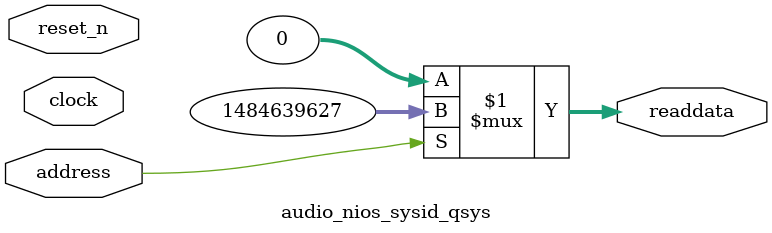
<source format=v>



// synthesis translate_off
`timescale 1ns / 1ps
// synthesis translate_on

// turn off superfluous verilog processor warnings 
// altera message_level Level1 
// altera message_off 10034 10035 10036 10037 10230 10240 10030 

module audio_nios_sysid_qsys (
               // inputs:
                address,
                clock,
                reset_n,

               // outputs:
                readdata
             )
;

  output  [ 31: 0] readdata;
  input            address;
  input            clock;
  input            reset_n;

  wire    [ 31: 0] readdata;
  //control_slave, which is an e_avalon_slave
  assign readdata = address ? 1484639627 : 0;

endmodule



</source>
